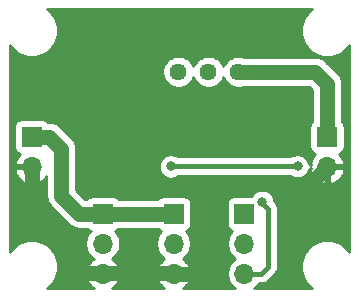
<source format=gbr>
%TF.GenerationSoftware,KiCad,Pcbnew,(5.1.9)-1*%
%TF.CreationDate,2021-12-07T16:03:42+01:00*%
%TF.ProjectId,max8815_00,6d617838-3831-4355-9f30-302e6b696361,rev?*%
%TF.SameCoordinates,Original*%
%TF.FileFunction,Copper,L2,Bot*%
%TF.FilePolarity,Positive*%
%FSLAX46Y46*%
G04 Gerber Fmt 4.6, Leading zero omitted, Abs format (unit mm)*
G04 Created by KiCad (PCBNEW (5.1.9)-1) date 2021-12-07 16:03:42*
%MOMM*%
%LPD*%
G01*
G04 APERTURE LIST*
%TA.AperFunction,ComponentPad*%
%ADD10O,1.700000X1.700000*%
%TD*%
%TA.AperFunction,ComponentPad*%
%ADD11R,1.700000X1.700000*%
%TD*%
%TA.AperFunction,ComponentPad*%
%ADD12C,1.440000*%
%TD*%
%TA.AperFunction,ViaPad*%
%ADD13C,0.800000*%
%TD*%
%TA.AperFunction,Conductor*%
%ADD14C,1.270000*%
%TD*%
%TA.AperFunction,Conductor*%
%ADD15C,0.406400*%
%TD*%
%TA.AperFunction,Conductor*%
%ADD16C,0.254000*%
%TD*%
%TA.AperFunction,Conductor*%
%ADD17C,0.100000*%
%TD*%
G04 APERTURE END LIST*
D10*
%TO.P,J4,3*%
%TO.N,GND*%
X126500000Y-117080000D03*
%TO.P,J4,2*%
%TO.N,Net-(J4-Pad2)*%
X126500000Y-114540000D03*
D11*
%TO.P,J4,1*%
%TO.N,/Batt*%
X126500000Y-112000000D03*
%TD*%
D10*
%TO.P,J3,3*%
%TO.N,GND*%
X120500000Y-117080000D03*
%TO.P,J3,2*%
%TO.N,Net-(J3-Pad2)*%
X120500000Y-114540000D03*
D11*
%TO.P,J3,1*%
%TO.N,/Batt*%
X120500000Y-112000000D03*
%TD*%
D10*
%TO.P,OUT,2*%
%TO.N,GND*%
X139500000Y-108040000D03*
D11*
%TO.P,OUT,1*%
%TO.N,/out*%
X139500000Y-105500000D03*
%TD*%
D12*
%TO.P,RV1,3*%
%TO.N,Net-(R1-Pad1)*%
X126920000Y-100000000D03*
%TO.P,RV1,2*%
X129460000Y-100000000D03*
%TO.P,RV1,1*%
%TO.N,/out*%
X132000000Y-100000000D03*
%TD*%
D10*
%TO.P,J5,3*%
%TO.N,Net-(J5-Pad3)*%
X132500000Y-117080000D03*
%TO.P,J5,2*%
%TO.N,/FB*%
X132500000Y-114540000D03*
D11*
%TO.P,J5,1*%
%TO.N,/out*%
X132500000Y-112000000D03*
%TD*%
D10*
%TO.P,IN,2*%
%TO.N,GND*%
X114500000Y-108040000D03*
D11*
%TO.P,IN,1*%
%TO.N,/Batt*%
X114500000Y-105500000D03*
%TD*%
D13*
%TO.N,Net-(C3-Pad1)*%
X126275000Y-108000000D03*
X137000000Y-108000000D03*
%TO.N,Net-(J5-Pad3)*%
X134000000Y-111000000D03*
%TD*%
D14*
%TO.N,GND*%
X114500000Y-108040000D02*
X114500000Y-112000000D01*
X114500000Y-112000000D02*
X117500000Y-115000000D01*
X117500000Y-115000000D02*
X117500000Y-117000000D01*
X126420000Y-117000000D02*
X126500000Y-117080000D01*
X117500000Y-117000000D02*
X126420000Y-117000000D01*
X126500000Y-117080000D02*
X128920000Y-117080000D01*
X128920000Y-117080000D02*
X129500000Y-116500000D01*
X129500000Y-116500000D02*
X129500000Y-109500000D01*
X138040000Y-109500000D02*
X139500000Y-108040000D01*
X129500000Y-109500000D02*
X138040000Y-109500000D01*
D15*
%TO.N,Net-(C3-Pad1)*%
X126275000Y-108000000D02*
X137000000Y-108000000D01*
D14*
%TO.N,/Batt*%
X114500000Y-105500000D02*
X116000000Y-105500000D01*
X116000000Y-105500000D02*
X117000000Y-106500000D01*
X117000000Y-106500000D02*
X117000000Y-110500000D01*
X118500000Y-112000000D02*
X126500000Y-112000000D01*
X117000000Y-110500000D02*
X118500000Y-112000000D01*
%TO.N,/out*%
X132000000Y-100000000D02*
X138500000Y-100000000D01*
X139500000Y-101000000D02*
X139500000Y-105500000D01*
X138500000Y-100000000D02*
X139500000Y-101000000D01*
D15*
%TO.N,Net-(J5-Pad3)*%
X132500000Y-117080000D02*
X133920000Y-117080000D01*
X133920000Y-117080000D02*
X134500000Y-116500000D01*
X134500000Y-111574238D02*
X134000000Y-111074238D01*
X134500000Y-116500000D02*
X134500000Y-111574238D01*
%TD*%
D16*
%TO.N,GND*%
X138075271Y-94763962D02*
X137763962Y-95075271D01*
X137519369Y-95441331D01*
X137350890Y-95848075D01*
X137265000Y-96279872D01*
X137265000Y-96720128D01*
X137350890Y-97151925D01*
X137519369Y-97558669D01*
X137763962Y-97924729D01*
X138075271Y-98236038D01*
X138441331Y-98480631D01*
X138848075Y-98649110D01*
X139279872Y-98735000D01*
X139720128Y-98735000D01*
X140151925Y-98649110D01*
X140558669Y-98480631D01*
X140924729Y-98236038D01*
X141236038Y-97924729D01*
X141340000Y-97769138D01*
X141340001Y-115230863D01*
X141236038Y-115075271D01*
X140924729Y-114763962D01*
X140558669Y-114519369D01*
X140151925Y-114350890D01*
X139720128Y-114265000D01*
X139279872Y-114265000D01*
X138848075Y-114350890D01*
X138441331Y-114519369D01*
X138075271Y-114763962D01*
X137763962Y-115075271D01*
X137519369Y-115441331D01*
X137350890Y-115848075D01*
X137265000Y-116279872D01*
X137265000Y-116720128D01*
X137350890Y-117151925D01*
X137519369Y-117558669D01*
X137763962Y-117924729D01*
X138075271Y-118236038D01*
X138230861Y-118340000D01*
X133287206Y-118340000D01*
X133446632Y-118233475D01*
X133653475Y-118026632D01*
X133725927Y-117918200D01*
X133878837Y-117918200D01*
X133920000Y-117922254D01*
X133961163Y-117918200D01*
X133961170Y-117918200D01*
X134084316Y-117906071D01*
X134242317Y-117858142D01*
X134387932Y-117780309D01*
X134515564Y-117675564D01*
X134541810Y-117643583D01*
X135063588Y-117121806D01*
X135095564Y-117095564D01*
X135200309Y-116967932D01*
X135278142Y-116822317D01*
X135326071Y-116664316D01*
X135338200Y-116541170D01*
X135338200Y-116541163D01*
X135342254Y-116500000D01*
X135338200Y-116458837D01*
X135338200Y-111615401D01*
X135342254Y-111574238D01*
X135338200Y-111533075D01*
X135338200Y-111533068D01*
X135326071Y-111409922D01*
X135278142Y-111251921D01*
X135200309Y-111106306D01*
X135095564Y-110978674D01*
X135063582Y-110952427D01*
X135035000Y-110923845D01*
X135035000Y-110898061D01*
X134995226Y-110698102D01*
X134917205Y-110509744D01*
X134803937Y-110340226D01*
X134659774Y-110196063D01*
X134490256Y-110082795D01*
X134301898Y-110004774D01*
X134101939Y-109965000D01*
X133898061Y-109965000D01*
X133698102Y-110004774D01*
X133509744Y-110082795D01*
X133340226Y-110196063D01*
X133196063Y-110340226D01*
X133082795Y-110509744D01*
X133081890Y-110511928D01*
X131650000Y-110511928D01*
X131525518Y-110524188D01*
X131405820Y-110560498D01*
X131295506Y-110619463D01*
X131198815Y-110698815D01*
X131119463Y-110795506D01*
X131060498Y-110905820D01*
X131024188Y-111025518D01*
X131011928Y-111150000D01*
X131011928Y-112850000D01*
X131024188Y-112974482D01*
X131060498Y-113094180D01*
X131119463Y-113204494D01*
X131198815Y-113301185D01*
X131295506Y-113380537D01*
X131405820Y-113439502D01*
X131478380Y-113461513D01*
X131346525Y-113593368D01*
X131184010Y-113836589D01*
X131072068Y-114106842D01*
X131015000Y-114393740D01*
X131015000Y-114686260D01*
X131072068Y-114973158D01*
X131184010Y-115243411D01*
X131346525Y-115486632D01*
X131553368Y-115693475D01*
X131727760Y-115810000D01*
X131553368Y-115926525D01*
X131346525Y-116133368D01*
X131184010Y-116376589D01*
X131072068Y-116646842D01*
X131015000Y-116933740D01*
X131015000Y-117226260D01*
X131072068Y-117513158D01*
X131184010Y-117783411D01*
X131346525Y-118026632D01*
X131553368Y-118233475D01*
X131712794Y-118340000D01*
X127272533Y-118340000D01*
X127381355Y-118275178D01*
X127597588Y-118080269D01*
X127771641Y-117846920D01*
X127896825Y-117584099D01*
X127941476Y-117436890D01*
X127820155Y-117207000D01*
X126627000Y-117207000D01*
X126627000Y-117227000D01*
X126373000Y-117227000D01*
X126373000Y-117207000D01*
X125179845Y-117207000D01*
X125058524Y-117436890D01*
X125103175Y-117584099D01*
X125228359Y-117846920D01*
X125402412Y-118080269D01*
X125618645Y-118275178D01*
X125727467Y-118340000D01*
X121272533Y-118340000D01*
X121381355Y-118275178D01*
X121597588Y-118080269D01*
X121771641Y-117846920D01*
X121896825Y-117584099D01*
X121941476Y-117436890D01*
X121820155Y-117207000D01*
X120627000Y-117207000D01*
X120627000Y-117227000D01*
X120373000Y-117227000D01*
X120373000Y-117207000D01*
X119179845Y-117207000D01*
X119058524Y-117436890D01*
X119103175Y-117584099D01*
X119228359Y-117846920D01*
X119402412Y-118080269D01*
X119618645Y-118275178D01*
X119727467Y-118340000D01*
X115769139Y-118340000D01*
X115924729Y-118236038D01*
X116236038Y-117924729D01*
X116480631Y-117558669D01*
X116649110Y-117151925D01*
X116735000Y-116720128D01*
X116735000Y-116279872D01*
X116649110Y-115848075D01*
X116480631Y-115441331D01*
X116236038Y-115075271D01*
X115924729Y-114763962D01*
X115558669Y-114519369D01*
X115151925Y-114350890D01*
X114720128Y-114265000D01*
X114279872Y-114265000D01*
X113848075Y-114350890D01*
X113441331Y-114519369D01*
X113075271Y-114763962D01*
X112763962Y-115075271D01*
X112660000Y-115230861D01*
X112660000Y-108396890D01*
X113058524Y-108396890D01*
X113103175Y-108544099D01*
X113228359Y-108806920D01*
X113402412Y-109040269D01*
X113618645Y-109235178D01*
X113868748Y-109384157D01*
X114143109Y-109481481D01*
X114373000Y-109360814D01*
X114373000Y-108167000D01*
X113179845Y-108167000D01*
X113058524Y-108396890D01*
X112660000Y-108396890D01*
X112660000Y-104650000D01*
X113011928Y-104650000D01*
X113011928Y-106350000D01*
X113024188Y-106474482D01*
X113060498Y-106594180D01*
X113119463Y-106704494D01*
X113198815Y-106801185D01*
X113295506Y-106880537D01*
X113405820Y-106939502D01*
X113486466Y-106963966D01*
X113402412Y-107039731D01*
X113228359Y-107273080D01*
X113103175Y-107535901D01*
X113058524Y-107683110D01*
X113179845Y-107913000D01*
X114373000Y-107913000D01*
X114373000Y-107893000D01*
X114627000Y-107893000D01*
X114627000Y-107913000D01*
X114647000Y-107913000D01*
X114647000Y-108167000D01*
X114627000Y-108167000D01*
X114627000Y-109360814D01*
X114856891Y-109481481D01*
X115131252Y-109384157D01*
X115381355Y-109235178D01*
X115597588Y-109040269D01*
X115730001Y-108862746D01*
X115730001Y-110437617D01*
X115723857Y-110500000D01*
X115748377Y-110748963D01*
X115806002Y-110938925D01*
X115820998Y-110988359D01*
X115938926Y-111208988D01*
X116097631Y-111402370D01*
X116146086Y-111442136D01*
X117557863Y-112853914D01*
X117597630Y-112902370D01*
X117791012Y-113061075D01*
X118011641Y-113179003D01*
X118160009Y-113224010D01*
X118251036Y-113251623D01*
X118276755Y-113254156D01*
X118437620Y-113270000D01*
X118437626Y-113270000D01*
X118499999Y-113276143D01*
X118562372Y-113270000D01*
X119173222Y-113270000D01*
X119198815Y-113301185D01*
X119295506Y-113380537D01*
X119405820Y-113439502D01*
X119478380Y-113461513D01*
X119346525Y-113593368D01*
X119184010Y-113836589D01*
X119072068Y-114106842D01*
X119015000Y-114393740D01*
X119015000Y-114686260D01*
X119072068Y-114973158D01*
X119184010Y-115243411D01*
X119346525Y-115486632D01*
X119553368Y-115693475D01*
X119735534Y-115815195D01*
X119618645Y-115884822D01*
X119402412Y-116079731D01*
X119228359Y-116313080D01*
X119103175Y-116575901D01*
X119058524Y-116723110D01*
X119179845Y-116953000D01*
X120373000Y-116953000D01*
X120373000Y-116933000D01*
X120627000Y-116933000D01*
X120627000Y-116953000D01*
X121820155Y-116953000D01*
X121941476Y-116723110D01*
X121896825Y-116575901D01*
X121771641Y-116313080D01*
X121597588Y-116079731D01*
X121381355Y-115884822D01*
X121264466Y-115815195D01*
X121446632Y-115693475D01*
X121653475Y-115486632D01*
X121815990Y-115243411D01*
X121927932Y-114973158D01*
X121985000Y-114686260D01*
X121985000Y-114393740D01*
X121927932Y-114106842D01*
X121815990Y-113836589D01*
X121653475Y-113593368D01*
X121521620Y-113461513D01*
X121594180Y-113439502D01*
X121704494Y-113380537D01*
X121801185Y-113301185D01*
X121826778Y-113270000D01*
X125173222Y-113270000D01*
X125198815Y-113301185D01*
X125295506Y-113380537D01*
X125405820Y-113439502D01*
X125478380Y-113461513D01*
X125346525Y-113593368D01*
X125184010Y-113836589D01*
X125072068Y-114106842D01*
X125015000Y-114393740D01*
X125015000Y-114686260D01*
X125072068Y-114973158D01*
X125184010Y-115243411D01*
X125346525Y-115486632D01*
X125553368Y-115693475D01*
X125735534Y-115815195D01*
X125618645Y-115884822D01*
X125402412Y-116079731D01*
X125228359Y-116313080D01*
X125103175Y-116575901D01*
X125058524Y-116723110D01*
X125179845Y-116953000D01*
X126373000Y-116953000D01*
X126373000Y-116933000D01*
X126627000Y-116933000D01*
X126627000Y-116953000D01*
X127820155Y-116953000D01*
X127941476Y-116723110D01*
X127896825Y-116575901D01*
X127771641Y-116313080D01*
X127597588Y-116079731D01*
X127381355Y-115884822D01*
X127264466Y-115815195D01*
X127446632Y-115693475D01*
X127653475Y-115486632D01*
X127815990Y-115243411D01*
X127927932Y-114973158D01*
X127985000Y-114686260D01*
X127985000Y-114393740D01*
X127927932Y-114106842D01*
X127815990Y-113836589D01*
X127653475Y-113593368D01*
X127521620Y-113461513D01*
X127594180Y-113439502D01*
X127704494Y-113380537D01*
X127801185Y-113301185D01*
X127880537Y-113204494D01*
X127939502Y-113094180D01*
X127975812Y-112974482D01*
X127988072Y-112850000D01*
X127988072Y-111150000D01*
X127975812Y-111025518D01*
X127939502Y-110905820D01*
X127880537Y-110795506D01*
X127801185Y-110698815D01*
X127704494Y-110619463D01*
X127594180Y-110560498D01*
X127474482Y-110524188D01*
X127350000Y-110511928D01*
X125650000Y-110511928D01*
X125525518Y-110524188D01*
X125405820Y-110560498D01*
X125295506Y-110619463D01*
X125198815Y-110698815D01*
X125173222Y-110730000D01*
X121826778Y-110730000D01*
X121801185Y-110698815D01*
X121704494Y-110619463D01*
X121594180Y-110560498D01*
X121474482Y-110524188D01*
X121350000Y-110511928D01*
X119650000Y-110511928D01*
X119525518Y-110524188D01*
X119405820Y-110560498D01*
X119295506Y-110619463D01*
X119198815Y-110698815D01*
X119173222Y-110730000D01*
X119026051Y-110730000D01*
X118270000Y-109973950D01*
X118270000Y-107898061D01*
X125240000Y-107898061D01*
X125240000Y-108101939D01*
X125279774Y-108301898D01*
X125357795Y-108490256D01*
X125471063Y-108659774D01*
X125615226Y-108803937D01*
X125784744Y-108917205D01*
X125973102Y-108995226D01*
X126173061Y-109035000D01*
X126376939Y-109035000D01*
X126576898Y-108995226D01*
X126765256Y-108917205D01*
X126883496Y-108838200D01*
X136391504Y-108838200D01*
X136509744Y-108917205D01*
X136698102Y-108995226D01*
X136898061Y-109035000D01*
X137101939Y-109035000D01*
X137301898Y-108995226D01*
X137490256Y-108917205D01*
X137659774Y-108803937D01*
X137803937Y-108659774D01*
X137917205Y-108490256D01*
X137995226Y-108301898D01*
X138022058Y-108167002D01*
X138179844Y-108167002D01*
X138058524Y-108396890D01*
X138103175Y-108544099D01*
X138228359Y-108806920D01*
X138402412Y-109040269D01*
X138618645Y-109235178D01*
X138868748Y-109384157D01*
X139143109Y-109481481D01*
X139373000Y-109360814D01*
X139373000Y-108167000D01*
X139627000Y-108167000D01*
X139627000Y-109360814D01*
X139856891Y-109481481D01*
X140131252Y-109384157D01*
X140381355Y-109235178D01*
X140597588Y-109040269D01*
X140771641Y-108806920D01*
X140896825Y-108544099D01*
X140941476Y-108396890D01*
X140820155Y-108167000D01*
X139627000Y-108167000D01*
X139373000Y-108167000D01*
X139353000Y-108167000D01*
X139353000Y-107913000D01*
X139373000Y-107913000D01*
X139373000Y-107893000D01*
X139627000Y-107893000D01*
X139627000Y-107913000D01*
X140820155Y-107913000D01*
X140941476Y-107683110D01*
X140896825Y-107535901D01*
X140771641Y-107273080D01*
X140597588Y-107039731D01*
X140513534Y-106963966D01*
X140594180Y-106939502D01*
X140704494Y-106880537D01*
X140801185Y-106801185D01*
X140880537Y-106704494D01*
X140939502Y-106594180D01*
X140975812Y-106474482D01*
X140988072Y-106350000D01*
X140988072Y-104650000D01*
X140975812Y-104525518D01*
X140939502Y-104405820D01*
X140880537Y-104295506D01*
X140801185Y-104198815D01*
X140770000Y-104173222D01*
X140770000Y-101062380D01*
X140776144Y-101000000D01*
X140751623Y-100751037D01*
X140679003Y-100511641D01*
X140561075Y-100291012D01*
X140402370Y-100097630D01*
X140353915Y-100057864D01*
X139442141Y-99146091D01*
X139402370Y-99097630D01*
X139208988Y-98938925D01*
X138988359Y-98820997D01*
X138748963Y-98748377D01*
X138562380Y-98730000D01*
X138562373Y-98730000D01*
X138500000Y-98723857D01*
X138437627Y-98730000D01*
X132474734Y-98730000D01*
X132395239Y-98697072D01*
X132133456Y-98645000D01*
X131866544Y-98645000D01*
X131604761Y-98697072D01*
X131358167Y-98799215D01*
X131136238Y-98947503D01*
X130947503Y-99136238D01*
X130799215Y-99358167D01*
X130730000Y-99525266D01*
X130660785Y-99358167D01*
X130512497Y-99136238D01*
X130323762Y-98947503D01*
X130101833Y-98799215D01*
X129855239Y-98697072D01*
X129593456Y-98645000D01*
X129326544Y-98645000D01*
X129064761Y-98697072D01*
X128818167Y-98799215D01*
X128596238Y-98947503D01*
X128407503Y-99136238D01*
X128259215Y-99358167D01*
X128190000Y-99525266D01*
X128120785Y-99358167D01*
X127972497Y-99136238D01*
X127783762Y-98947503D01*
X127561833Y-98799215D01*
X127315239Y-98697072D01*
X127053456Y-98645000D01*
X126786544Y-98645000D01*
X126524761Y-98697072D01*
X126278167Y-98799215D01*
X126056238Y-98947503D01*
X125867503Y-99136238D01*
X125719215Y-99358167D01*
X125617072Y-99604761D01*
X125565000Y-99866544D01*
X125565000Y-100133456D01*
X125617072Y-100395239D01*
X125719215Y-100641833D01*
X125867503Y-100863762D01*
X126056238Y-101052497D01*
X126278167Y-101200785D01*
X126524761Y-101302928D01*
X126786544Y-101355000D01*
X127053456Y-101355000D01*
X127315239Y-101302928D01*
X127561833Y-101200785D01*
X127783762Y-101052497D01*
X127972497Y-100863762D01*
X128120785Y-100641833D01*
X128190000Y-100474734D01*
X128259215Y-100641833D01*
X128407503Y-100863762D01*
X128596238Y-101052497D01*
X128818167Y-101200785D01*
X129064761Y-101302928D01*
X129326544Y-101355000D01*
X129593456Y-101355000D01*
X129855239Y-101302928D01*
X130101833Y-101200785D01*
X130323762Y-101052497D01*
X130512497Y-100863762D01*
X130660785Y-100641833D01*
X130730000Y-100474734D01*
X130799215Y-100641833D01*
X130947503Y-100863762D01*
X131136238Y-101052497D01*
X131358167Y-101200785D01*
X131604761Y-101302928D01*
X131866544Y-101355000D01*
X132133456Y-101355000D01*
X132395239Y-101302928D01*
X132474734Y-101270000D01*
X137973950Y-101270000D01*
X138230000Y-101526051D01*
X138230001Y-104173222D01*
X138198815Y-104198815D01*
X138119463Y-104295506D01*
X138060498Y-104405820D01*
X138024188Y-104525518D01*
X138011928Y-104650000D01*
X138011928Y-106350000D01*
X138024188Y-106474482D01*
X138060498Y-106594180D01*
X138119463Y-106704494D01*
X138198815Y-106801185D01*
X138295506Y-106880537D01*
X138405820Y-106939502D01*
X138486466Y-106963966D01*
X138402412Y-107039731D01*
X138228359Y-107273080D01*
X138103175Y-107535901D01*
X138058524Y-107683110D01*
X138179844Y-107912998D01*
X138035000Y-107912998D01*
X138035000Y-107898061D01*
X137995226Y-107698102D01*
X137917205Y-107509744D01*
X137803937Y-107340226D01*
X137659774Y-107196063D01*
X137490256Y-107082795D01*
X137301898Y-107004774D01*
X137101939Y-106965000D01*
X136898061Y-106965000D01*
X136698102Y-107004774D01*
X136509744Y-107082795D01*
X136391504Y-107161800D01*
X126883496Y-107161800D01*
X126765256Y-107082795D01*
X126576898Y-107004774D01*
X126376939Y-106965000D01*
X126173061Y-106965000D01*
X125973102Y-107004774D01*
X125784744Y-107082795D01*
X125615226Y-107196063D01*
X125471063Y-107340226D01*
X125357795Y-107509744D01*
X125279774Y-107698102D01*
X125240000Y-107898061D01*
X118270000Y-107898061D01*
X118270000Y-106562380D01*
X118276144Y-106500000D01*
X118251623Y-106251037D01*
X118179003Y-106011641D01*
X118061075Y-105791012D01*
X117902370Y-105597630D01*
X117853915Y-105557864D01*
X116942141Y-104646091D01*
X116902370Y-104597630D01*
X116708988Y-104438925D01*
X116488359Y-104320997D01*
X116248963Y-104248377D01*
X116062380Y-104230000D01*
X116062373Y-104230000D01*
X116000000Y-104223857D01*
X115937627Y-104230000D01*
X115826778Y-104230000D01*
X115801185Y-104198815D01*
X115704494Y-104119463D01*
X115594180Y-104060498D01*
X115474482Y-104024188D01*
X115350000Y-104011928D01*
X113650000Y-104011928D01*
X113525518Y-104024188D01*
X113405820Y-104060498D01*
X113295506Y-104119463D01*
X113198815Y-104198815D01*
X113119463Y-104295506D01*
X113060498Y-104405820D01*
X113024188Y-104525518D01*
X113011928Y-104650000D01*
X112660000Y-104650000D01*
X112660000Y-97769139D01*
X112763962Y-97924729D01*
X113075271Y-98236038D01*
X113441331Y-98480631D01*
X113848075Y-98649110D01*
X114279872Y-98735000D01*
X114720128Y-98735000D01*
X115151925Y-98649110D01*
X115558669Y-98480631D01*
X115924729Y-98236038D01*
X116236038Y-97924729D01*
X116480631Y-97558669D01*
X116649110Y-97151925D01*
X116735000Y-96720128D01*
X116735000Y-96279872D01*
X116649110Y-95848075D01*
X116480631Y-95441331D01*
X116236038Y-95075271D01*
X115924729Y-94763962D01*
X115769139Y-94660000D01*
X138230861Y-94660000D01*
X138075271Y-94763962D01*
%TA.AperFunction,Conductor*%
D17*
G36*
X138075271Y-94763962D02*
G01*
X137763962Y-95075271D01*
X137519369Y-95441331D01*
X137350890Y-95848075D01*
X137265000Y-96279872D01*
X137265000Y-96720128D01*
X137350890Y-97151925D01*
X137519369Y-97558669D01*
X137763962Y-97924729D01*
X138075271Y-98236038D01*
X138441331Y-98480631D01*
X138848075Y-98649110D01*
X139279872Y-98735000D01*
X139720128Y-98735000D01*
X140151925Y-98649110D01*
X140558669Y-98480631D01*
X140924729Y-98236038D01*
X141236038Y-97924729D01*
X141340000Y-97769138D01*
X141340001Y-115230863D01*
X141236038Y-115075271D01*
X140924729Y-114763962D01*
X140558669Y-114519369D01*
X140151925Y-114350890D01*
X139720128Y-114265000D01*
X139279872Y-114265000D01*
X138848075Y-114350890D01*
X138441331Y-114519369D01*
X138075271Y-114763962D01*
X137763962Y-115075271D01*
X137519369Y-115441331D01*
X137350890Y-115848075D01*
X137265000Y-116279872D01*
X137265000Y-116720128D01*
X137350890Y-117151925D01*
X137519369Y-117558669D01*
X137763962Y-117924729D01*
X138075271Y-118236038D01*
X138230861Y-118340000D01*
X133287206Y-118340000D01*
X133446632Y-118233475D01*
X133653475Y-118026632D01*
X133725927Y-117918200D01*
X133878837Y-117918200D01*
X133920000Y-117922254D01*
X133961163Y-117918200D01*
X133961170Y-117918200D01*
X134084316Y-117906071D01*
X134242317Y-117858142D01*
X134387932Y-117780309D01*
X134515564Y-117675564D01*
X134541810Y-117643583D01*
X135063588Y-117121806D01*
X135095564Y-117095564D01*
X135200309Y-116967932D01*
X135278142Y-116822317D01*
X135326071Y-116664316D01*
X135338200Y-116541170D01*
X135338200Y-116541163D01*
X135342254Y-116500000D01*
X135338200Y-116458837D01*
X135338200Y-111615401D01*
X135342254Y-111574238D01*
X135338200Y-111533075D01*
X135338200Y-111533068D01*
X135326071Y-111409922D01*
X135278142Y-111251921D01*
X135200309Y-111106306D01*
X135095564Y-110978674D01*
X135063582Y-110952427D01*
X135035000Y-110923845D01*
X135035000Y-110898061D01*
X134995226Y-110698102D01*
X134917205Y-110509744D01*
X134803937Y-110340226D01*
X134659774Y-110196063D01*
X134490256Y-110082795D01*
X134301898Y-110004774D01*
X134101939Y-109965000D01*
X133898061Y-109965000D01*
X133698102Y-110004774D01*
X133509744Y-110082795D01*
X133340226Y-110196063D01*
X133196063Y-110340226D01*
X133082795Y-110509744D01*
X133081890Y-110511928D01*
X131650000Y-110511928D01*
X131525518Y-110524188D01*
X131405820Y-110560498D01*
X131295506Y-110619463D01*
X131198815Y-110698815D01*
X131119463Y-110795506D01*
X131060498Y-110905820D01*
X131024188Y-111025518D01*
X131011928Y-111150000D01*
X131011928Y-112850000D01*
X131024188Y-112974482D01*
X131060498Y-113094180D01*
X131119463Y-113204494D01*
X131198815Y-113301185D01*
X131295506Y-113380537D01*
X131405820Y-113439502D01*
X131478380Y-113461513D01*
X131346525Y-113593368D01*
X131184010Y-113836589D01*
X131072068Y-114106842D01*
X131015000Y-114393740D01*
X131015000Y-114686260D01*
X131072068Y-114973158D01*
X131184010Y-115243411D01*
X131346525Y-115486632D01*
X131553368Y-115693475D01*
X131727760Y-115810000D01*
X131553368Y-115926525D01*
X131346525Y-116133368D01*
X131184010Y-116376589D01*
X131072068Y-116646842D01*
X131015000Y-116933740D01*
X131015000Y-117226260D01*
X131072068Y-117513158D01*
X131184010Y-117783411D01*
X131346525Y-118026632D01*
X131553368Y-118233475D01*
X131712794Y-118340000D01*
X127272533Y-118340000D01*
X127381355Y-118275178D01*
X127597588Y-118080269D01*
X127771641Y-117846920D01*
X127896825Y-117584099D01*
X127941476Y-117436890D01*
X127820155Y-117207000D01*
X126627000Y-117207000D01*
X126627000Y-117227000D01*
X126373000Y-117227000D01*
X126373000Y-117207000D01*
X125179845Y-117207000D01*
X125058524Y-117436890D01*
X125103175Y-117584099D01*
X125228359Y-117846920D01*
X125402412Y-118080269D01*
X125618645Y-118275178D01*
X125727467Y-118340000D01*
X121272533Y-118340000D01*
X121381355Y-118275178D01*
X121597588Y-118080269D01*
X121771641Y-117846920D01*
X121896825Y-117584099D01*
X121941476Y-117436890D01*
X121820155Y-117207000D01*
X120627000Y-117207000D01*
X120627000Y-117227000D01*
X120373000Y-117227000D01*
X120373000Y-117207000D01*
X119179845Y-117207000D01*
X119058524Y-117436890D01*
X119103175Y-117584099D01*
X119228359Y-117846920D01*
X119402412Y-118080269D01*
X119618645Y-118275178D01*
X119727467Y-118340000D01*
X115769139Y-118340000D01*
X115924729Y-118236038D01*
X116236038Y-117924729D01*
X116480631Y-117558669D01*
X116649110Y-117151925D01*
X116735000Y-116720128D01*
X116735000Y-116279872D01*
X116649110Y-115848075D01*
X116480631Y-115441331D01*
X116236038Y-115075271D01*
X115924729Y-114763962D01*
X115558669Y-114519369D01*
X115151925Y-114350890D01*
X114720128Y-114265000D01*
X114279872Y-114265000D01*
X113848075Y-114350890D01*
X113441331Y-114519369D01*
X113075271Y-114763962D01*
X112763962Y-115075271D01*
X112660000Y-115230861D01*
X112660000Y-108396890D01*
X113058524Y-108396890D01*
X113103175Y-108544099D01*
X113228359Y-108806920D01*
X113402412Y-109040269D01*
X113618645Y-109235178D01*
X113868748Y-109384157D01*
X114143109Y-109481481D01*
X114373000Y-109360814D01*
X114373000Y-108167000D01*
X113179845Y-108167000D01*
X113058524Y-108396890D01*
X112660000Y-108396890D01*
X112660000Y-104650000D01*
X113011928Y-104650000D01*
X113011928Y-106350000D01*
X113024188Y-106474482D01*
X113060498Y-106594180D01*
X113119463Y-106704494D01*
X113198815Y-106801185D01*
X113295506Y-106880537D01*
X113405820Y-106939502D01*
X113486466Y-106963966D01*
X113402412Y-107039731D01*
X113228359Y-107273080D01*
X113103175Y-107535901D01*
X113058524Y-107683110D01*
X113179845Y-107913000D01*
X114373000Y-107913000D01*
X114373000Y-107893000D01*
X114627000Y-107893000D01*
X114627000Y-107913000D01*
X114647000Y-107913000D01*
X114647000Y-108167000D01*
X114627000Y-108167000D01*
X114627000Y-109360814D01*
X114856891Y-109481481D01*
X115131252Y-109384157D01*
X115381355Y-109235178D01*
X115597588Y-109040269D01*
X115730001Y-108862746D01*
X115730001Y-110437617D01*
X115723857Y-110500000D01*
X115748377Y-110748963D01*
X115806002Y-110938925D01*
X115820998Y-110988359D01*
X115938926Y-111208988D01*
X116097631Y-111402370D01*
X116146086Y-111442136D01*
X117557863Y-112853914D01*
X117597630Y-112902370D01*
X117791012Y-113061075D01*
X118011641Y-113179003D01*
X118160009Y-113224010D01*
X118251036Y-113251623D01*
X118276755Y-113254156D01*
X118437620Y-113270000D01*
X118437626Y-113270000D01*
X118499999Y-113276143D01*
X118562372Y-113270000D01*
X119173222Y-113270000D01*
X119198815Y-113301185D01*
X119295506Y-113380537D01*
X119405820Y-113439502D01*
X119478380Y-113461513D01*
X119346525Y-113593368D01*
X119184010Y-113836589D01*
X119072068Y-114106842D01*
X119015000Y-114393740D01*
X119015000Y-114686260D01*
X119072068Y-114973158D01*
X119184010Y-115243411D01*
X119346525Y-115486632D01*
X119553368Y-115693475D01*
X119735534Y-115815195D01*
X119618645Y-115884822D01*
X119402412Y-116079731D01*
X119228359Y-116313080D01*
X119103175Y-116575901D01*
X119058524Y-116723110D01*
X119179845Y-116953000D01*
X120373000Y-116953000D01*
X120373000Y-116933000D01*
X120627000Y-116933000D01*
X120627000Y-116953000D01*
X121820155Y-116953000D01*
X121941476Y-116723110D01*
X121896825Y-116575901D01*
X121771641Y-116313080D01*
X121597588Y-116079731D01*
X121381355Y-115884822D01*
X121264466Y-115815195D01*
X121446632Y-115693475D01*
X121653475Y-115486632D01*
X121815990Y-115243411D01*
X121927932Y-114973158D01*
X121985000Y-114686260D01*
X121985000Y-114393740D01*
X121927932Y-114106842D01*
X121815990Y-113836589D01*
X121653475Y-113593368D01*
X121521620Y-113461513D01*
X121594180Y-113439502D01*
X121704494Y-113380537D01*
X121801185Y-113301185D01*
X121826778Y-113270000D01*
X125173222Y-113270000D01*
X125198815Y-113301185D01*
X125295506Y-113380537D01*
X125405820Y-113439502D01*
X125478380Y-113461513D01*
X125346525Y-113593368D01*
X125184010Y-113836589D01*
X125072068Y-114106842D01*
X125015000Y-114393740D01*
X125015000Y-114686260D01*
X125072068Y-114973158D01*
X125184010Y-115243411D01*
X125346525Y-115486632D01*
X125553368Y-115693475D01*
X125735534Y-115815195D01*
X125618645Y-115884822D01*
X125402412Y-116079731D01*
X125228359Y-116313080D01*
X125103175Y-116575901D01*
X125058524Y-116723110D01*
X125179845Y-116953000D01*
X126373000Y-116953000D01*
X126373000Y-116933000D01*
X126627000Y-116933000D01*
X126627000Y-116953000D01*
X127820155Y-116953000D01*
X127941476Y-116723110D01*
X127896825Y-116575901D01*
X127771641Y-116313080D01*
X127597588Y-116079731D01*
X127381355Y-115884822D01*
X127264466Y-115815195D01*
X127446632Y-115693475D01*
X127653475Y-115486632D01*
X127815990Y-115243411D01*
X127927932Y-114973158D01*
X127985000Y-114686260D01*
X127985000Y-114393740D01*
X127927932Y-114106842D01*
X127815990Y-113836589D01*
X127653475Y-113593368D01*
X127521620Y-113461513D01*
X127594180Y-113439502D01*
X127704494Y-113380537D01*
X127801185Y-113301185D01*
X127880537Y-113204494D01*
X127939502Y-113094180D01*
X127975812Y-112974482D01*
X127988072Y-112850000D01*
X127988072Y-111150000D01*
X127975812Y-111025518D01*
X127939502Y-110905820D01*
X127880537Y-110795506D01*
X127801185Y-110698815D01*
X127704494Y-110619463D01*
X127594180Y-110560498D01*
X127474482Y-110524188D01*
X127350000Y-110511928D01*
X125650000Y-110511928D01*
X125525518Y-110524188D01*
X125405820Y-110560498D01*
X125295506Y-110619463D01*
X125198815Y-110698815D01*
X125173222Y-110730000D01*
X121826778Y-110730000D01*
X121801185Y-110698815D01*
X121704494Y-110619463D01*
X121594180Y-110560498D01*
X121474482Y-110524188D01*
X121350000Y-110511928D01*
X119650000Y-110511928D01*
X119525518Y-110524188D01*
X119405820Y-110560498D01*
X119295506Y-110619463D01*
X119198815Y-110698815D01*
X119173222Y-110730000D01*
X119026051Y-110730000D01*
X118270000Y-109973950D01*
X118270000Y-107898061D01*
X125240000Y-107898061D01*
X125240000Y-108101939D01*
X125279774Y-108301898D01*
X125357795Y-108490256D01*
X125471063Y-108659774D01*
X125615226Y-108803937D01*
X125784744Y-108917205D01*
X125973102Y-108995226D01*
X126173061Y-109035000D01*
X126376939Y-109035000D01*
X126576898Y-108995226D01*
X126765256Y-108917205D01*
X126883496Y-108838200D01*
X136391504Y-108838200D01*
X136509744Y-108917205D01*
X136698102Y-108995226D01*
X136898061Y-109035000D01*
X137101939Y-109035000D01*
X137301898Y-108995226D01*
X137490256Y-108917205D01*
X137659774Y-108803937D01*
X137803937Y-108659774D01*
X137917205Y-108490256D01*
X137995226Y-108301898D01*
X138022058Y-108167002D01*
X138179844Y-108167002D01*
X138058524Y-108396890D01*
X138103175Y-108544099D01*
X138228359Y-108806920D01*
X138402412Y-109040269D01*
X138618645Y-109235178D01*
X138868748Y-109384157D01*
X139143109Y-109481481D01*
X139373000Y-109360814D01*
X139373000Y-108167000D01*
X139627000Y-108167000D01*
X139627000Y-109360814D01*
X139856891Y-109481481D01*
X140131252Y-109384157D01*
X140381355Y-109235178D01*
X140597588Y-109040269D01*
X140771641Y-108806920D01*
X140896825Y-108544099D01*
X140941476Y-108396890D01*
X140820155Y-108167000D01*
X139627000Y-108167000D01*
X139373000Y-108167000D01*
X139353000Y-108167000D01*
X139353000Y-107913000D01*
X139373000Y-107913000D01*
X139373000Y-107893000D01*
X139627000Y-107893000D01*
X139627000Y-107913000D01*
X140820155Y-107913000D01*
X140941476Y-107683110D01*
X140896825Y-107535901D01*
X140771641Y-107273080D01*
X140597588Y-107039731D01*
X140513534Y-106963966D01*
X140594180Y-106939502D01*
X140704494Y-106880537D01*
X140801185Y-106801185D01*
X140880537Y-106704494D01*
X140939502Y-106594180D01*
X140975812Y-106474482D01*
X140988072Y-106350000D01*
X140988072Y-104650000D01*
X140975812Y-104525518D01*
X140939502Y-104405820D01*
X140880537Y-104295506D01*
X140801185Y-104198815D01*
X140770000Y-104173222D01*
X140770000Y-101062380D01*
X140776144Y-101000000D01*
X140751623Y-100751037D01*
X140679003Y-100511641D01*
X140561075Y-100291012D01*
X140402370Y-100097630D01*
X140353915Y-100057864D01*
X139442141Y-99146091D01*
X139402370Y-99097630D01*
X139208988Y-98938925D01*
X138988359Y-98820997D01*
X138748963Y-98748377D01*
X138562380Y-98730000D01*
X138562373Y-98730000D01*
X138500000Y-98723857D01*
X138437627Y-98730000D01*
X132474734Y-98730000D01*
X132395239Y-98697072D01*
X132133456Y-98645000D01*
X131866544Y-98645000D01*
X131604761Y-98697072D01*
X131358167Y-98799215D01*
X131136238Y-98947503D01*
X130947503Y-99136238D01*
X130799215Y-99358167D01*
X130730000Y-99525266D01*
X130660785Y-99358167D01*
X130512497Y-99136238D01*
X130323762Y-98947503D01*
X130101833Y-98799215D01*
X129855239Y-98697072D01*
X129593456Y-98645000D01*
X129326544Y-98645000D01*
X129064761Y-98697072D01*
X128818167Y-98799215D01*
X128596238Y-98947503D01*
X128407503Y-99136238D01*
X128259215Y-99358167D01*
X128190000Y-99525266D01*
X128120785Y-99358167D01*
X127972497Y-99136238D01*
X127783762Y-98947503D01*
X127561833Y-98799215D01*
X127315239Y-98697072D01*
X127053456Y-98645000D01*
X126786544Y-98645000D01*
X126524761Y-98697072D01*
X126278167Y-98799215D01*
X126056238Y-98947503D01*
X125867503Y-99136238D01*
X125719215Y-99358167D01*
X125617072Y-99604761D01*
X125565000Y-99866544D01*
X125565000Y-100133456D01*
X125617072Y-100395239D01*
X125719215Y-100641833D01*
X125867503Y-100863762D01*
X126056238Y-101052497D01*
X126278167Y-101200785D01*
X126524761Y-101302928D01*
X126786544Y-101355000D01*
X127053456Y-101355000D01*
X127315239Y-101302928D01*
X127561833Y-101200785D01*
X127783762Y-101052497D01*
X127972497Y-100863762D01*
X128120785Y-100641833D01*
X128190000Y-100474734D01*
X128259215Y-100641833D01*
X128407503Y-100863762D01*
X128596238Y-101052497D01*
X128818167Y-101200785D01*
X129064761Y-101302928D01*
X129326544Y-101355000D01*
X129593456Y-101355000D01*
X129855239Y-101302928D01*
X130101833Y-101200785D01*
X130323762Y-101052497D01*
X130512497Y-100863762D01*
X130660785Y-100641833D01*
X130730000Y-100474734D01*
X130799215Y-100641833D01*
X130947503Y-100863762D01*
X131136238Y-101052497D01*
X131358167Y-101200785D01*
X131604761Y-101302928D01*
X131866544Y-101355000D01*
X132133456Y-101355000D01*
X132395239Y-101302928D01*
X132474734Y-101270000D01*
X137973950Y-101270000D01*
X138230000Y-101526051D01*
X138230001Y-104173222D01*
X138198815Y-104198815D01*
X138119463Y-104295506D01*
X138060498Y-104405820D01*
X138024188Y-104525518D01*
X138011928Y-104650000D01*
X138011928Y-106350000D01*
X138024188Y-106474482D01*
X138060498Y-106594180D01*
X138119463Y-106704494D01*
X138198815Y-106801185D01*
X138295506Y-106880537D01*
X138405820Y-106939502D01*
X138486466Y-106963966D01*
X138402412Y-107039731D01*
X138228359Y-107273080D01*
X138103175Y-107535901D01*
X138058524Y-107683110D01*
X138179844Y-107912998D01*
X138035000Y-107912998D01*
X138035000Y-107898061D01*
X137995226Y-107698102D01*
X137917205Y-107509744D01*
X137803937Y-107340226D01*
X137659774Y-107196063D01*
X137490256Y-107082795D01*
X137301898Y-107004774D01*
X137101939Y-106965000D01*
X136898061Y-106965000D01*
X136698102Y-107004774D01*
X136509744Y-107082795D01*
X136391504Y-107161800D01*
X126883496Y-107161800D01*
X126765256Y-107082795D01*
X126576898Y-107004774D01*
X126376939Y-106965000D01*
X126173061Y-106965000D01*
X125973102Y-107004774D01*
X125784744Y-107082795D01*
X125615226Y-107196063D01*
X125471063Y-107340226D01*
X125357795Y-107509744D01*
X125279774Y-107698102D01*
X125240000Y-107898061D01*
X118270000Y-107898061D01*
X118270000Y-106562380D01*
X118276144Y-106500000D01*
X118251623Y-106251037D01*
X118179003Y-106011641D01*
X118061075Y-105791012D01*
X117902370Y-105597630D01*
X117853915Y-105557864D01*
X116942141Y-104646091D01*
X116902370Y-104597630D01*
X116708988Y-104438925D01*
X116488359Y-104320997D01*
X116248963Y-104248377D01*
X116062380Y-104230000D01*
X116062373Y-104230000D01*
X116000000Y-104223857D01*
X115937627Y-104230000D01*
X115826778Y-104230000D01*
X115801185Y-104198815D01*
X115704494Y-104119463D01*
X115594180Y-104060498D01*
X115474482Y-104024188D01*
X115350000Y-104011928D01*
X113650000Y-104011928D01*
X113525518Y-104024188D01*
X113405820Y-104060498D01*
X113295506Y-104119463D01*
X113198815Y-104198815D01*
X113119463Y-104295506D01*
X113060498Y-104405820D01*
X113024188Y-104525518D01*
X113011928Y-104650000D01*
X112660000Y-104650000D01*
X112660000Y-97769139D01*
X112763962Y-97924729D01*
X113075271Y-98236038D01*
X113441331Y-98480631D01*
X113848075Y-98649110D01*
X114279872Y-98735000D01*
X114720128Y-98735000D01*
X115151925Y-98649110D01*
X115558669Y-98480631D01*
X115924729Y-98236038D01*
X116236038Y-97924729D01*
X116480631Y-97558669D01*
X116649110Y-97151925D01*
X116735000Y-96720128D01*
X116735000Y-96279872D01*
X116649110Y-95848075D01*
X116480631Y-95441331D01*
X116236038Y-95075271D01*
X115924729Y-94763962D01*
X115769139Y-94660000D01*
X138230861Y-94660000D01*
X138075271Y-94763962D01*
G37*
%TD.AperFunction*%
%TD*%
M02*

</source>
